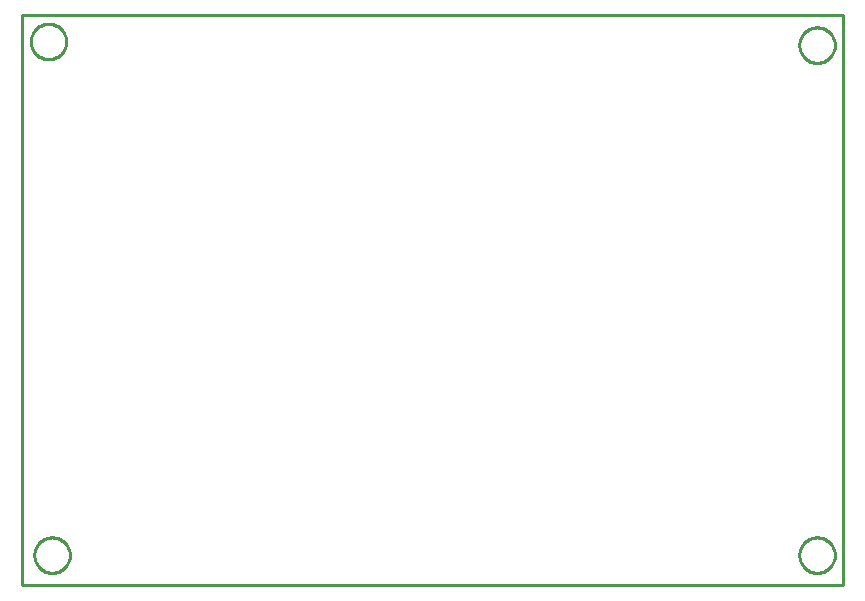
<source format=gbr>
G04 EAGLE Gerber RS-274X export*
G75*
%MOMM*%
%FSLAX34Y34*%
%LPD*%
%IN*%
%IPPOS*%
%AMOC8*
5,1,8,0,0,1.08239X$1,22.5*%
G01*
%ADD10C,0.254000*%


D10*
X139700Y127000D02*
X834900Y127000D01*
X834900Y609500D01*
X139700Y609500D01*
X139700Y127000D01*
X827800Y151864D02*
X827724Y150796D01*
X827571Y149735D01*
X827343Y148688D01*
X827041Y147660D01*
X826667Y146656D01*
X826222Y145681D01*
X825708Y144741D01*
X825129Y143840D01*
X824487Y142982D01*
X823785Y142172D01*
X823028Y141415D01*
X822218Y140713D01*
X821360Y140071D01*
X820459Y139492D01*
X819519Y138978D01*
X818544Y138533D01*
X817540Y138159D01*
X816512Y137857D01*
X815465Y137629D01*
X814404Y137476D01*
X813336Y137400D01*
X812264Y137400D01*
X811196Y137476D01*
X810135Y137629D01*
X809088Y137857D01*
X808060Y138159D01*
X807056Y138533D01*
X806081Y138978D01*
X805141Y139492D01*
X804240Y140071D01*
X803382Y140713D01*
X802572Y141415D01*
X801815Y142172D01*
X801113Y142982D01*
X800471Y143840D01*
X799892Y144741D01*
X799378Y145681D01*
X798933Y146656D01*
X798559Y147660D01*
X798257Y148688D01*
X798029Y149735D01*
X797876Y150796D01*
X797800Y151864D01*
X797800Y152936D01*
X797876Y154004D01*
X798029Y155065D01*
X798257Y156112D01*
X798559Y157140D01*
X798933Y158144D01*
X799378Y159119D01*
X799892Y160059D01*
X800471Y160960D01*
X801113Y161818D01*
X801815Y162628D01*
X802572Y163385D01*
X803382Y164087D01*
X804240Y164729D01*
X805141Y165308D01*
X806081Y165822D01*
X807056Y166267D01*
X808060Y166641D01*
X809088Y166943D01*
X810135Y167171D01*
X811196Y167324D01*
X812264Y167400D01*
X813336Y167400D01*
X814404Y167324D01*
X815465Y167171D01*
X816512Y166943D01*
X817540Y166641D01*
X818544Y166267D01*
X819519Y165822D01*
X820459Y165308D01*
X821360Y164729D01*
X822218Y164087D01*
X823028Y163385D01*
X823785Y162628D01*
X824487Y161818D01*
X825129Y160960D01*
X825708Y160059D01*
X826222Y159119D01*
X826667Y158144D01*
X827041Y157140D01*
X827343Y156112D01*
X827571Y155065D01*
X827724Y154004D01*
X827800Y152936D01*
X827800Y151864D01*
X180100Y151864D02*
X180024Y150796D01*
X179871Y149735D01*
X179643Y148688D01*
X179341Y147660D01*
X178967Y146656D01*
X178522Y145681D01*
X178008Y144741D01*
X177429Y143840D01*
X176787Y142982D01*
X176085Y142172D01*
X175328Y141415D01*
X174518Y140713D01*
X173660Y140071D01*
X172759Y139492D01*
X171819Y138978D01*
X170844Y138533D01*
X169840Y138159D01*
X168812Y137857D01*
X167765Y137629D01*
X166704Y137476D01*
X165636Y137400D01*
X164564Y137400D01*
X163496Y137476D01*
X162435Y137629D01*
X161388Y137857D01*
X160360Y138159D01*
X159356Y138533D01*
X158381Y138978D01*
X157441Y139492D01*
X156540Y140071D01*
X155682Y140713D01*
X154872Y141415D01*
X154115Y142172D01*
X153413Y142982D01*
X152771Y143840D01*
X152192Y144741D01*
X151678Y145681D01*
X151233Y146656D01*
X150859Y147660D01*
X150557Y148688D01*
X150329Y149735D01*
X150176Y150796D01*
X150100Y151864D01*
X150100Y152936D01*
X150176Y154004D01*
X150329Y155065D01*
X150557Y156112D01*
X150859Y157140D01*
X151233Y158144D01*
X151678Y159119D01*
X152192Y160059D01*
X152771Y160960D01*
X153413Y161818D01*
X154115Y162628D01*
X154872Y163385D01*
X155682Y164087D01*
X156540Y164729D01*
X157441Y165308D01*
X158381Y165822D01*
X159356Y166267D01*
X160360Y166641D01*
X161388Y166943D01*
X162435Y167171D01*
X163496Y167324D01*
X164564Y167400D01*
X165636Y167400D01*
X166704Y167324D01*
X167765Y167171D01*
X168812Y166943D01*
X169840Y166641D01*
X170844Y166267D01*
X171819Y165822D01*
X172759Y165308D01*
X173660Y164729D01*
X174518Y164087D01*
X175328Y163385D01*
X176085Y162628D01*
X176787Y161818D01*
X177429Y160960D01*
X178008Y160059D01*
X178522Y159119D01*
X178967Y158144D01*
X179341Y157140D01*
X179643Y156112D01*
X179871Y155065D01*
X180024Y154004D01*
X180100Y152936D01*
X180100Y151864D01*
X177052Y586712D02*
X176976Y585644D01*
X176823Y584583D01*
X176595Y583536D01*
X176293Y582508D01*
X175919Y581504D01*
X175474Y580529D01*
X174960Y579589D01*
X174381Y578688D01*
X173739Y577830D01*
X173037Y577020D01*
X172280Y576263D01*
X171470Y575561D01*
X170612Y574919D01*
X169711Y574340D01*
X168771Y573826D01*
X167796Y573381D01*
X166792Y573007D01*
X165764Y572705D01*
X164717Y572477D01*
X163656Y572324D01*
X162588Y572248D01*
X161516Y572248D01*
X160448Y572324D01*
X159387Y572477D01*
X158340Y572705D01*
X157312Y573007D01*
X156308Y573381D01*
X155333Y573826D01*
X154393Y574340D01*
X153492Y574919D01*
X152634Y575561D01*
X151824Y576263D01*
X151067Y577020D01*
X150365Y577830D01*
X149723Y578688D01*
X149144Y579589D01*
X148630Y580529D01*
X148185Y581504D01*
X147811Y582508D01*
X147509Y583536D01*
X147281Y584583D01*
X147128Y585644D01*
X147052Y586712D01*
X147052Y587784D01*
X147128Y588852D01*
X147281Y589913D01*
X147509Y590960D01*
X147811Y591988D01*
X148185Y592992D01*
X148630Y593967D01*
X149144Y594907D01*
X149723Y595808D01*
X150365Y596666D01*
X151067Y597476D01*
X151824Y598233D01*
X152634Y598935D01*
X153492Y599577D01*
X154393Y600156D01*
X155333Y600670D01*
X156308Y601115D01*
X157312Y601489D01*
X158340Y601791D01*
X159387Y602019D01*
X160448Y602172D01*
X161516Y602248D01*
X162588Y602248D01*
X163656Y602172D01*
X164717Y602019D01*
X165764Y601791D01*
X166792Y601489D01*
X167796Y601115D01*
X168771Y600670D01*
X169711Y600156D01*
X170612Y599577D01*
X171470Y598935D01*
X172280Y598233D01*
X173037Y597476D01*
X173739Y596666D01*
X174381Y595808D01*
X174960Y594907D01*
X175474Y593967D01*
X175919Y592992D01*
X176293Y591988D01*
X176595Y590960D01*
X176823Y589913D01*
X176976Y588852D01*
X177052Y587784D01*
X177052Y586712D01*
X827800Y583664D02*
X827724Y582596D01*
X827571Y581535D01*
X827343Y580488D01*
X827041Y579460D01*
X826667Y578456D01*
X826222Y577481D01*
X825708Y576541D01*
X825129Y575640D01*
X824487Y574782D01*
X823785Y573972D01*
X823028Y573215D01*
X822218Y572513D01*
X821360Y571871D01*
X820459Y571292D01*
X819519Y570778D01*
X818544Y570333D01*
X817540Y569959D01*
X816512Y569657D01*
X815465Y569429D01*
X814404Y569276D01*
X813336Y569200D01*
X812264Y569200D01*
X811196Y569276D01*
X810135Y569429D01*
X809088Y569657D01*
X808060Y569959D01*
X807056Y570333D01*
X806081Y570778D01*
X805141Y571292D01*
X804240Y571871D01*
X803382Y572513D01*
X802572Y573215D01*
X801815Y573972D01*
X801113Y574782D01*
X800471Y575640D01*
X799892Y576541D01*
X799378Y577481D01*
X798933Y578456D01*
X798559Y579460D01*
X798257Y580488D01*
X798029Y581535D01*
X797876Y582596D01*
X797800Y583664D01*
X797800Y584736D01*
X797876Y585804D01*
X798029Y586865D01*
X798257Y587912D01*
X798559Y588940D01*
X798933Y589944D01*
X799378Y590919D01*
X799892Y591859D01*
X800471Y592760D01*
X801113Y593618D01*
X801815Y594428D01*
X802572Y595185D01*
X803382Y595887D01*
X804240Y596529D01*
X805141Y597108D01*
X806081Y597622D01*
X807056Y598067D01*
X808060Y598441D01*
X809088Y598743D01*
X810135Y598971D01*
X811196Y599124D01*
X812264Y599200D01*
X813336Y599200D01*
X814404Y599124D01*
X815465Y598971D01*
X816512Y598743D01*
X817540Y598441D01*
X818544Y598067D01*
X819519Y597622D01*
X820459Y597108D01*
X821360Y596529D01*
X822218Y595887D01*
X823028Y595185D01*
X823785Y594428D01*
X824487Y593618D01*
X825129Y592760D01*
X825708Y591859D01*
X826222Y590919D01*
X826667Y589944D01*
X827041Y588940D01*
X827343Y587912D01*
X827571Y586865D01*
X827724Y585804D01*
X827800Y584736D01*
X827800Y583664D01*
M02*

</source>
